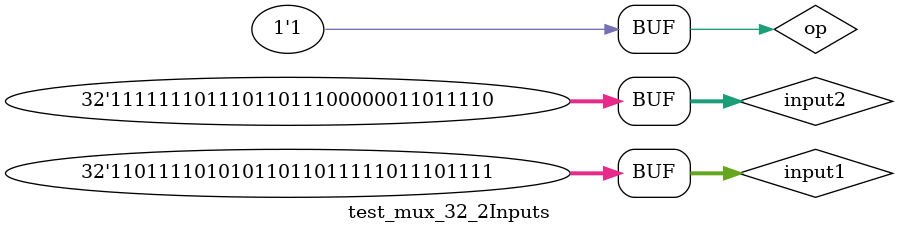
<source format=v>
`timescale 1ns / 1ps

module test_mux_32_2Inputs;
  reg [31:0] input1;
  reg [31:0] input2;
  reg op;
  wire [31:0] out;

  mux_32_2Inputs u1 (
      .input1(input1),
      .input2(input2),
      .op(op),
      .out(out)
  );

  initial begin
    input1 = 32'hA5A5A5A5;
    input2 = 32'h5A5A5A5A;
    op = 0;
    #10;
    op = 1;
    #10;
    input1 = 32'hFFFFFFFF;
    input2 = 32'h00000000;
    op = 0;
    #10;
    op = 1;
    #10;
    input1 = 32'h12345678;
    input2 = 32'h87654321;
    op = 0;
    #10;
    op = 1;
    #10;
    input1 = 32'hDEADBEEF;
    input2 = 32'hFEEDC0DE;
    op = 0;
    #10;
    op = 1;
    #10;
  end
endmodule

</source>
